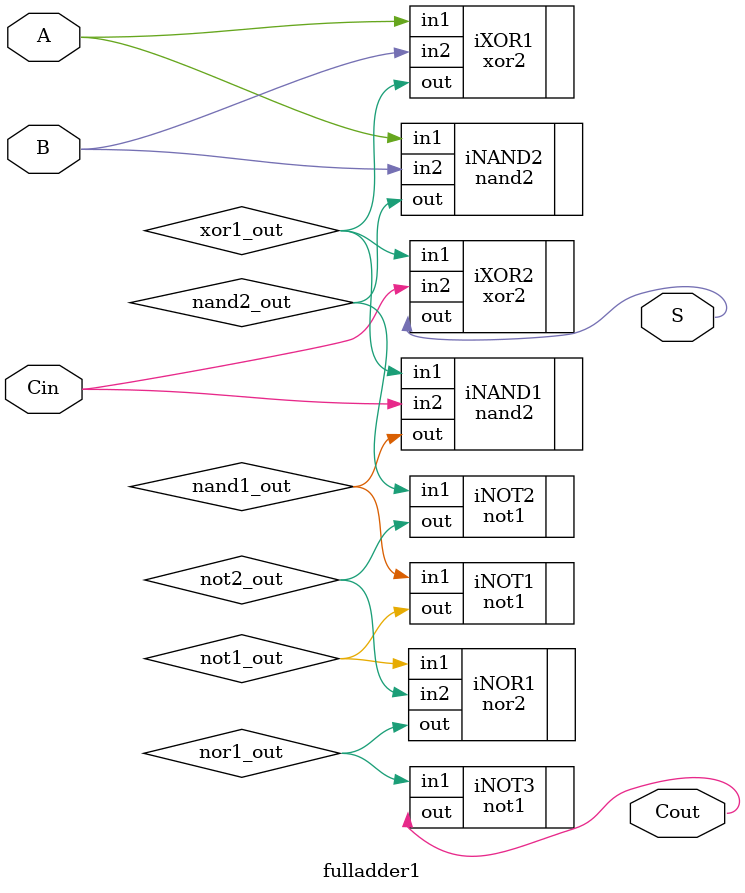
<source format=v>
module fulladder1(A,B,Cin,S,Cout);
input A,B,Cin;
output S,Cout;
wire xor1_out, xor2_out, nand1_out,nand2_out, not1_out, not2_out, nor1_out, not3_out;
xor2 iXOR1(.in1(A), .in2(B), .out(xor1_out));
xor2 iXOR2(.in1(xor1_out), .in2(Cin), .out(S));
nand2 iNAND1(.in1(xor1_out), .in2(Cin), .out(nand1_out));
not1 iNOT1(.in1(nand1_out), .out(not1_out));
nand2 iNAND2(.in1(A), .in2(B), .out(nand2_out));
not1 iNOT2(.in1(nand2_out), .out(not2_out));
nor2 iNOR1(.in1(not1_out), .in2(not2_out), .out(nor1_out));
not1 iNOT3(.in1(nor1_out), .out(Cout));
endmodule
</source>
